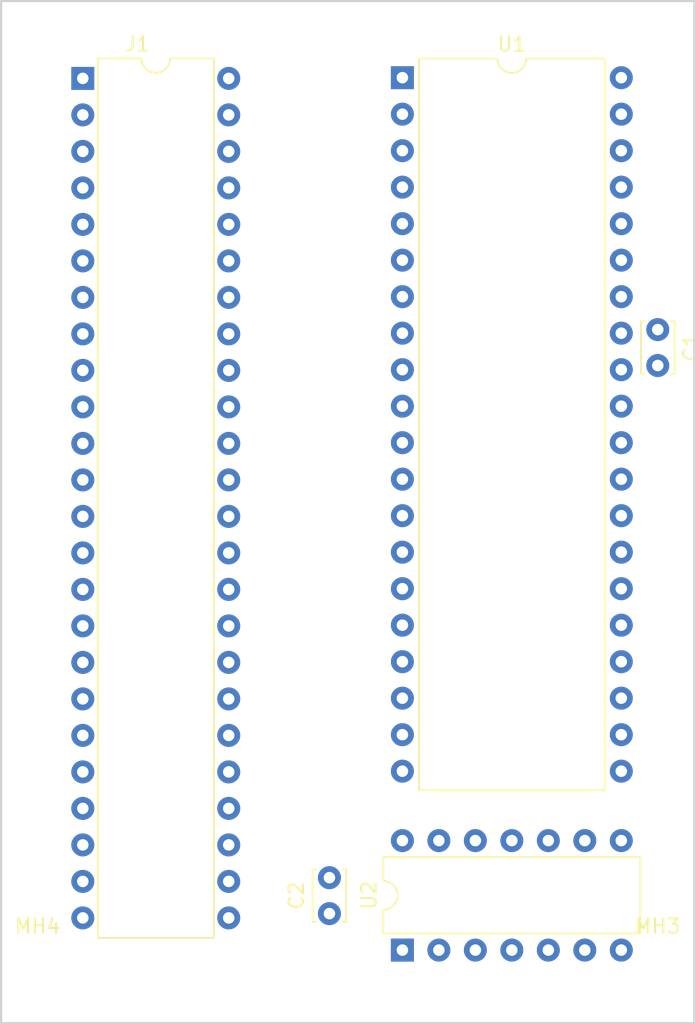
<source format=kicad_pcb>
(kicad_pcb (version 20171130) (host pcbnew 5.1.5+dfsg1-2build2)

  (general
    (thickness 1.6)
    (drawings 4)
    (tracks 0)
    (zones 0)
    (modules 9)
    (nets 58)
  )

  (page A4)
  (layers
    (0 F.Cu signal hide)
    (31 B.Cu signal)
    (32 B.Adhes user)
    (33 F.Adhes user)
    (34 B.Paste user)
    (35 F.Paste user)
    (36 B.SilkS user)
    (37 F.SilkS user)
    (38 B.Mask user)
    (39 F.Mask user)
    (40 Dwgs.User user)
    (41 Cmts.User user)
    (42 Eco1.User user)
    (43 Eco2.User user)
    (44 Edge.Cuts user)
    (45 Margin user)
    (46 B.CrtYd user)
    (47 F.CrtYd user)
    (48 B.Fab user)
    (49 F.Fab user)
  )

  (setup
    (last_trace_width 0.2)
    (user_trace_width 0.2)
    (user_trace_width 0.4)
    (user_trace_width 0.6)
    (user_trace_width 0.8)
    (user_trace_width 1)
    (user_trace_width 1.2)
    (user_trace_width 1.6)
    (user_trace_width 2)
    (trace_clearance 0.2)
    (zone_clearance 0.35)
    (zone_45_only no)
    (trace_min 0.1524)
    (via_size 0.6)
    (via_drill 0.3)
    (via_min_size 0.5)
    (via_min_drill 0.2)
    (user_via 0.9 0.5)
    (user_via 1.2 0.8)
    (user_via 1.4 0.9)
    (user_via 1.5 1)
    (uvia_size 0.3)
    (uvia_drill 0.1)
    (uvias_allowed no)
    (uvia_min_size 0.2)
    (uvia_min_drill 0.1)
    (edge_width 0.15)
    (segment_width 0.2)
    (pcb_text_width 0.3)
    (pcb_text_size 1.5 1.5)
    (mod_edge_width 0.15)
    (mod_text_size 1 1)
    (mod_text_width 0.15)
    (pad_size 3.2 3.2)
    (pad_drill 3.2)
    (pad_to_mask_clearance 0.051)
    (solder_mask_min_width 0.25)
    (aux_axis_origin 101 70)
    (grid_origin 101 70)
    (visible_elements FFFDFF7F)
    (pcbplotparams
      (layerselection 0x010fc_ffffffff)
      (usegerberextensions false)
      (usegerberattributes false)
      (usegerberadvancedattributes false)
      (creategerberjobfile false)
      (excludeedgelayer true)
      (linewidth 0.100000)
      (plotframeref false)
      (viasonmask false)
      (mode 1)
      (useauxorigin false)
      (hpglpennumber 1)
      (hpglpenspeed 20)
      (hpglpendiameter 15.000000)
      (psnegative false)
      (psa4output false)
      (plotreference true)
      (plotvalue true)
      (plotinvisibletext false)
      (padsonsilk false)
      (subtractmaskfromsilk false)
      (outputformat 1)
      (mirror false)
      (drillshape 1)
      (scaleselection 1)
      (outputdirectory ""))
  )

  (net 0 "")
  (net 1 VCC)
  (net 2 GND)
  (net 3 "Net-(U1-Pad20)")
  (net 4 "Net-(U1-Pad19)")
  (net 5 "Net-(U1-Pad18)")
  (net 6 "Net-(U1-Pad17)")
  (net 7 "Net-(U1-Pad16)")
  (net 8 "Net-(U1-Pad15)")
  (net 9 "Net-(U1-Pad14)")
  (net 10 "Net-(U1-Pad13)")
  (net 11 "Net-(J1-Pad20)")
  (net 12 /P53)
  (net 13 "Net-(J1-Pad30)")
  (net 14 "Net-(J1-Pad21)")
  (net 15 /P26)
  (net 16 "Net-(J1-Pad22)")
  (net 17 "Net-(J1-Pad27)")
  (net 18 /P27)
  (net 19 /P47)
  (net 20 "Net-(J1-Pad28)")
  (net 21 "Net-(J1-Pad29)")
  (net 22 /P46)
  (net 23 "Net-(J1-Pad26)")
  (net 24 "Net-(J1-Pad19)")
  (net 25 /P25)
  (net 26 "Net-(J1-Pad47)")
  (net 27 /P24)
  (net 28 "Net-(J1-Pad46)")
  (net 29 /P23)
  (net 30 "Net-(J1-Pad45)")
  (net 31 /P22)
  (net 32 "Net-(J1-Pad44)")
  (net 33 /P21)
  (net 34 "Net-(J1-Pad43)")
  (net 35 /P20)
  (net 36 /P34)
  (net 37 "Net-(J1-Pad10)")
  (net 38 /P35)
  (net 39 /P17)
  (net 40 /P36)
  (net 41 /P16)
  (net 42 "Net-(J1-Pad39)")
  (net 43 /P15)
  (net 44 /P40)
  (net 45 /P14)
  (net 46 /P41)
  (net 47 /P13)
  (net 48 /P42)
  (net 49 /P12)
  (net 50 /P11)
  (net 51 /P44)
  (net 52 /P10)
  (net 53 /P45)
  (net 54 /#RESET)
  (net 55 "Net-(U2-Pad6)")
  (net 56 "Net-(U2-Pad11)")
  (net 57 "Net-(U2-Pad8)")

  (net_class Default "This is the default net class."
    (clearance 0.2)
    (trace_width 0.2)
    (via_dia 0.6)
    (via_drill 0.3)
    (uvia_dia 0.3)
    (uvia_drill 0.1)
    (diff_pair_width 0.2)
    (diff_pair_gap 0.2)
    (add_net /#RESET)
    (add_net /P10)
    (add_net /P11)
    (add_net /P12)
    (add_net /P13)
    (add_net /P14)
    (add_net /P15)
    (add_net /P16)
    (add_net /P17)
    (add_net /P20)
    (add_net /P21)
    (add_net /P22)
    (add_net /P23)
    (add_net /P24)
    (add_net /P25)
    (add_net /P26)
    (add_net /P27)
    (add_net /P34)
    (add_net /P35)
    (add_net /P36)
    (add_net /P40)
    (add_net /P41)
    (add_net /P42)
    (add_net /P44)
    (add_net /P45)
    (add_net /P46)
    (add_net /P47)
    (add_net /P53)
    (add_net GND)
    (add_net "Net-(J1-Pad10)")
    (add_net "Net-(J1-Pad19)")
    (add_net "Net-(J1-Pad20)")
    (add_net "Net-(J1-Pad21)")
    (add_net "Net-(J1-Pad22)")
    (add_net "Net-(J1-Pad26)")
    (add_net "Net-(J1-Pad27)")
    (add_net "Net-(J1-Pad28)")
    (add_net "Net-(J1-Pad29)")
    (add_net "Net-(J1-Pad30)")
    (add_net "Net-(J1-Pad39)")
    (add_net "Net-(J1-Pad43)")
    (add_net "Net-(J1-Pad44)")
    (add_net "Net-(J1-Pad45)")
    (add_net "Net-(J1-Pad46)")
    (add_net "Net-(J1-Pad47)")
    (add_net "Net-(U1-Pad13)")
    (add_net "Net-(U1-Pad14)")
    (add_net "Net-(U1-Pad15)")
    (add_net "Net-(U1-Pad16)")
    (add_net "Net-(U1-Pad17)")
    (add_net "Net-(U1-Pad18)")
    (add_net "Net-(U1-Pad19)")
    (add_net "Net-(U1-Pad20)")
    (add_net "Net-(U2-Pad11)")
    (add_net "Net-(U2-Pad6)")
    (add_net "Net-(U2-Pad8)")
    (add_net VCC)
  )

  (module Package_DIP:DIP-14_W7.62mm (layer F.Cu) (tedit 5A02E8C5) (tstamp 618AAAB4)
    (at 126.4 133.5 90)
    (descr "14-lead though-hole mounted DIP package, row spacing 7.62 mm (300 mils)")
    (tags "THT DIP DIL PDIP 2.54mm 7.62mm 300mil")
    (path /618CEFAB)
    (fp_text reference U2 (at 3.81 -2.33 90) (layer F.SilkS)
      (effects (font (size 1 1) (thickness 0.15)))
    )
    (fp_text value 74HCT126 (at 3.81 17.57 90) (layer F.Fab)
      (effects (font (size 1 1) (thickness 0.15)))
    )
    (fp_text user %R (at 3.81 7.62 90) (layer F.Fab)
      (effects (font (size 1 1) (thickness 0.15)))
    )
    (fp_line (start 8.7 -1.55) (end -1.1 -1.55) (layer F.CrtYd) (width 0.05))
    (fp_line (start 8.7 16.8) (end 8.7 -1.55) (layer F.CrtYd) (width 0.05))
    (fp_line (start -1.1 16.8) (end 8.7 16.8) (layer F.CrtYd) (width 0.05))
    (fp_line (start -1.1 -1.55) (end -1.1 16.8) (layer F.CrtYd) (width 0.05))
    (fp_line (start 6.46 -1.33) (end 4.81 -1.33) (layer F.SilkS) (width 0.12))
    (fp_line (start 6.46 16.57) (end 6.46 -1.33) (layer F.SilkS) (width 0.12))
    (fp_line (start 1.16 16.57) (end 6.46 16.57) (layer F.SilkS) (width 0.12))
    (fp_line (start 1.16 -1.33) (end 1.16 16.57) (layer F.SilkS) (width 0.12))
    (fp_line (start 2.81 -1.33) (end 1.16 -1.33) (layer F.SilkS) (width 0.12))
    (fp_line (start 0.635 -0.27) (end 1.635 -1.27) (layer F.Fab) (width 0.1))
    (fp_line (start 0.635 16.51) (end 0.635 -0.27) (layer F.Fab) (width 0.1))
    (fp_line (start 6.985 16.51) (end 0.635 16.51) (layer F.Fab) (width 0.1))
    (fp_line (start 6.985 -1.27) (end 6.985 16.51) (layer F.Fab) (width 0.1))
    (fp_line (start 1.635 -1.27) (end 6.985 -1.27) (layer F.Fab) (width 0.1))
    (fp_arc (start 3.81 -1.33) (end 2.81 -1.33) (angle -180) (layer F.SilkS) (width 0.12))
    (pad 14 thru_hole oval (at 7.62 0 90) (size 1.6 1.6) (drill 0.8) (layers *.Cu *.Mask)
      (net 1 VCC))
    (pad 7 thru_hole oval (at 0 15.24 90) (size 1.6 1.6) (drill 0.8) (layers *.Cu *.Mask)
      (net 2 GND))
    (pad 13 thru_hole oval (at 7.62 2.54 90) (size 1.6 1.6) (drill 0.8) (layers *.Cu *.Mask)
      (net 2 GND))
    (pad 6 thru_hole oval (at 0 12.7 90) (size 1.6 1.6) (drill 0.8) (layers *.Cu *.Mask)
      (net 55 "Net-(U2-Pad6)"))
    (pad 12 thru_hole oval (at 7.62 5.08 90) (size 1.6 1.6) (drill 0.8) (layers *.Cu *.Mask)
      (net 2 GND))
    (pad 5 thru_hole oval (at 0 10.16 90) (size 1.6 1.6) (drill 0.8) (layers *.Cu *.Mask)
      (net 2 GND))
    (pad 11 thru_hole oval (at 7.62 7.62 90) (size 1.6 1.6) (drill 0.8) (layers *.Cu *.Mask)
      (net 56 "Net-(U2-Pad11)"))
    (pad 4 thru_hole oval (at 0 7.62 90) (size 1.6 1.6) (drill 0.8) (layers *.Cu *.Mask)
      (net 2 GND))
    (pad 10 thru_hole oval (at 7.62 10.16 90) (size 1.6 1.6) (drill 0.8) (layers *.Cu *.Mask)
      (net 2 GND))
    (pad 3 thru_hole oval (at 0 5.08 90) (size 1.6 1.6) (drill 0.8) (layers *.Cu *.Mask)
      (net 54 /#RESET))
    (pad 9 thru_hole oval (at 7.62 12.7 90) (size 1.6 1.6) (drill 0.8) (layers *.Cu *.Mask)
      (net 2 GND))
    (pad 2 thru_hole oval (at 0 2.54 90) (size 1.6 1.6) (drill 0.8) (layers *.Cu *.Mask)
      (net 12 /P53))
    (pad 8 thru_hole oval (at 7.62 15.24 90) (size 1.6 1.6) (drill 0.8) (layers *.Cu *.Mask)
      (net 57 "Net-(U2-Pad8)"))
    (pad 1 thru_hole rect (at 0 0 90) (size 1.6 1.6) (drill 0.8) (layers *.Cu *.Mask)
      (net 1 VCC))
    (model ${KISYS3DMOD}/Package_DIP.3dshapes/DIP-14_W7.62mm.wrl
      (at (xyz 0 0 0))
      (scale (xyz 1 1 1))
      (rotate (xyz 0 0 0))
    )
  )

  (module Package_DIP:DIP-40_W15.24mm (layer F.Cu) (tedit 5A02E8C5) (tstamp 618AAA92)
    (at 126.4 72.79)
    (descr "40-lead though-hole mounted DIP package, row spacing 15.24 mm (600 mils)")
    (tags "THT DIP DIL PDIP 2.54mm 15.24mm 600mil")
    (path /61855B73)
    (fp_text reference U1 (at 7.62 -2.33) (layer F.SilkS)
      (effects (font (size 1 1) (thickness 0.15)))
    )
    (fp_text value MC6803P (at 7.62 50.59) (layer F.Fab)
      (effects (font (size 1 1) (thickness 0.15)))
    )
    (fp_text user %R (at 7.62 24.13) (layer F.Fab)
      (effects (font (size 1 1) (thickness 0.15)))
    )
    (fp_line (start 16.3 -1.55) (end -1.05 -1.55) (layer F.CrtYd) (width 0.05))
    (fp_line (start 16.3 49.8) (end 16.3 -1.55) (layer F.CrtYd) (width 0.05))
    (fp_line (start -1.05 49.8) (end 16.3 49.8) (layer F.CrtYd) (width 0.05))
    (fp_line (start -1.05 -1.55) (end -1.05 49.8) (layer F.CrtYd) (width 0.05))
    (fp_line (start 14.08 -1.33) (end 8.62 -1.33) (layer F.SilkS) (width 0.12))
    (fp_line (start 14.08 49.59) (end 14.08 -1.33) (layer F.SilkS) (width 0.12))
    (fp_line (start 1.16 49.59) (end 14.08 49.59) (layer F.SilkS) (width 0.12))
    (fp_line (start 1.16 -1.33) (end 1.16 49.59) (layer F.SilkS) (width 0.12))
    (fp_line (start 6.62 -1.33) (end 1.16 -1.33) (layer F.SilkS) (width 0.12))
    (fp_line (start 0.255 -0.27) (end 1.255 -1.27) (layer F.Fab) (width 0.1))
    (fp_line (start 0.255 49.53) (end 0.255 -0.27) (layer F.Fab) (width 0.1))
    (fp_line (start 14.985 49.53) (end 0.255 49.53) (layer F.Fab) (width 0.1))
    (fp_line (start 14.985 -1.27) (end 14.985 49.53) (layer F.Fab) (width 0.1))
    (fp_line (start 1.255 -1.27) (end 14.985 -1.27) (layer F.Fab) (width 0.1))
    (fp_arc (start 7.62 -1.33) (end 6.62 -1.33) (angle -180) (layer F.SilkS) (width 0.12))
    (pad 40 thru_hole oval (at 15.24 0) (size 1.6 1.6) (drill 0.8) (layers *.Cu *.Mask)
      (net 19 /P47))
    (pad 20 thru_hole oval (at 0 48.26) (size 1.6 1.6) (drill 0.8) (layers *.Cu *.Mask)
      (net 3 "Net-(U1-Pad20)"))
    (pad 39 thru_hole oval (at 15.24 2.54) (size 1.6 1.6) (drill 0.8) (layers *.Cu *.Mask)
      (net 44 /P40))
    (pad 19 thru_hole oval (at 0 45.72) (size 1.6 1.6) (drill 0.8) (layers *.Cu *.Mask)
      (net 4 "Net-(U1-Pad19)"))
    (pad 38 thru_hole oval (at 15.24 5.08) (size 1.6 1.6) (drill 0.8) (layers *.Cu *.Mask)
      (net 46 /P41))
    (pad 18 thru_hole oval (at 0 43.18) (size 1.6 1.6) (drill 0.8) (layers *.Cu *.Mask)
      (net 5 "Net-(U1-Pad18)"))
    (pad 37 thru_hole oval (at 15.24 7.62) (size 1.6 1.6) (drill 0.8) (layers *.Cu *.Mask)
      (net 52 /P10))
    (pad 17 thru_hole oval (at 0 40.64) (size 1.6 1.6) (drill 0.8) (layers *.Cu *.Mask)
      (net 6 "Net-(U1-Pad17)"))
    (pad 36 thru_hole oval (at 15.24 10.16) (size 1.6 1.6) (drill 0.8) (layers *.Cu *.Mask)
      (net 50 /P11))
    (pad 16 thru_hole oval (at 0 38.1) (size 1.6 1.6) (drill 0.8) (layers *.Cu *.Mask)
      (net 7 "Net-(U1-Pad16)"))
    (pad 35 thru_hole oval (at 15.24 12.7) (size 1.6 1.6) (drill 0.8) (layers *.Cu *.Mask)
      (net 49 /P12))
    (pad 15 thru_hole oval (at 0 35.56) (size 1.6 1.6) (drill 0.8) (layers *.Cu *.Mask)
      (net 8 "Net-(U1-Pad15)"))
    (pad 34 thru_hole oval (at 15.24 15.24) (size 1.6 1.6) (drill 0.8) (layers *.Cu *.Mask)
      (net 47 /P13))
    (pad 14 thru_hole oval (at 0 33.02) (size 1.6 1.6) (drill 0.8) (layers *.Cu *.Mask)
      (net 9 "Net-(U1-Pad14)"))
    (pad 33 thru_hole oval (at 15.24 17.78) (size 1.6 1.6) (drill 0.8) (layers *.Cu *.Mask)
      (net 45 /P14))
    (pad 13 thru_hole oval (at 0 30.48) (size 1.6 1.6) (drill 0.8) (layers *.Cu *.Mask)
      (net 10 "Net-(U1-Pad13)"))
    (pad 32 thru_hole oval (at 15.24 20.32) (size 1.6 1.6) (drill 0.8) (layers *.Cu *.Mask)
      (net 43 /P15))
    (pad 12 thru_hole oval (at 0 27.94) (size 1.6 1.6) (drill 0.8) (layers *.Cu *.Mask)
      (net 51 /P44))
    (pad 31 thru_hole oval (at 15.24 22.86) (size 1.6 1.6) (drill 0.8) (layers *.Cu *.Mask)
      (net 41 /P16))
    (pad 11 thru_hole oval (at 0 25.4) (size 1.6 1.6) (drill 0.8) (layers *.Cu *.Mask)
      (net 53 /P45))
    (pad 30 thru_hole oval (at 15.24 25.4) (size 1.6 1.6) (drill 0.8) (layers *.Cu *.Mask)
      (net 39 /P17))
    (pad 10 thru_hole oval (at 0 22.86) (size 1.6 1.6) (drill 0.8) (layers *.Cu *.Mask)
      (net 40 /P36))
    (pad 29 thru_hole oval (at 15.24 27.94) (size 1.6 1.6) (drill 0.8) (layers *.Cu *.Mask)
      (net 35 /P20))
    (pad 9 thru_hole oval (at 0 20.32) (size 1.6 1.6) (drill 0.8) (layers *.Cu *.Mask)
      (net 38 /P35))
    (pad 28 thru_hole oval (at 15.24 30.48) (size 1.6 1.6) (drill 0.8) (layers *.Cu *.Mask)
      (net 33 /P21))
    (pad 8 thru_hole oval (at 0 17.78) (size 1.6 1.6) (drill 0.8) (layers *.Cu *.Mask)
      (net 36 /P34))
    (pad 27 thru_hole oval (at 15.24 33.02) (size 1.6 1.6) (drill 0.8) (layers *.Cu *.Mask)
      (net 31 /P22))
    (pad 7 thru_hole oval (at 0 15.24) (size 1.6 1.6) (drill 0.8) (layers *.Cu *.Mask)
      (net 1 VCC))
    (pad 26 thru_hole oval (at 15.24 35.56) (size 1.6 1.6) (drill 0.8) (layers *.Cu *.Mask)
      (net 29 /P23))
    (pad 6 thru_hole oval (at 0 12.7) (size 1.6 1.6) (drill 0.8) (layers *.Cu *.Mask)
      (net 54 /#RESET))
    (pad 25 thru_hole oval (at 15.24 38.1) (size 1.6 1.6) (drill 0.8) (layers *.Cu *.Mask)
      (net 27 /P24))
    (pad 5 thru_hole oval (at 0 10.16) (size 1.6 1.6) (drill 0.8) (layers *.Cu *.Mask)
      (net 48 /P42))
    (pad 24 thru_hole oval (at 15.24 40.64) (size 1.6 1.6) (drill 0.8) (layers *.Cu *.Mask)
      (net 25 /P25))
    (pad 4 thru_hole oval (at 0 7.62) (size 1.6 1.6) (drill 0.8) (layers *.Cu *.Mask)
      (net 38 /P35))
    (pad 23 thru_hole oval (at 15.24 43.18) (size 1.6 1.6) (drill 0.8) (layers *.Cu *.Mask)
      (net 15 /P26))
    (pad 3 thru_hole oval (at 0 5.08) (size 1.6 1.6) (drill 0.8) (layers *.Cu *.Mask)
      (net 22 /P46))
    (pad 22 thru_hole oval (at 15.24 45.72) (size 1.6 1.6) (drill 0.8) (layers *.Cu *.Mask)
      (net 18 /P27))
    (pad 2 thru_hole oval (at 0 2.54) (size 1.6 1.6) (drill 0.8) (layers *.Cu *.Mask)
      (net 2 GND))
    (pad 21 thru_hole oval (at 15.24 48.26) (size 1.6 1.6) (drill 0.8) (layers *.Cu *.Mask)
      (net 2 GND))
    (pad 1 thru_hole rect (at 0 0) (size 1.6 1.6) (drill 0.8) (layers *.Cu *.Mask)
      (net 2 GND))
    (model ${KISYS3DMOD}/Package_DIP.3dshapes/DIP-40_W15.24mm.wrl
      (at (xyz 0 0 0))
      (scale (xyz 1 1 1))
      (rotate (xyz 0 0 0))
    )
  )

  (module 0-LocalLibrary:DIP-48_W10.16mm (layer F.Cu) (tedit 618A4CDE) (tstamp 618AAA56)
    (at 104.15 72.84)
    (descr "48-lead dip package, row spacing 10.16 mm (400 mils)")
    (tags "DIL DIP PDIP 2.54mm 10.16mm 400mil")
    (path /6188D20A)
    (fp_text reference J1 (at 3.81 -2.39) (layer F.SilkS)
      (effects (font (size 1 1) (thickness 0.15)))
    )
    (fp_text value BionicConnector (at 5.08 60.96) (layer F.Fab)
      (effects (font (size 1 1) (thickness 0.15)))
    )
    (fp_line (start 11.22 60.02) (end 11.22 18.72) (layer F.CrtYd) (width 0.05))
    (fp_line (start 9.905 59.69) (end 0.255 59.69) (layer F.Fab) (width 0.1))
    (fp_line (start 0.255 59.69) (end 0.255 20.05) (layer F.Fab) (width 0.1))
    (fp_line (start -1.1 60.02) (end 11.22 60.02) (layer F.CrtYd) (width 0.05))
    (fp_line (start -1.1 18.72) (end -1.1 60.02) (layer F.CrtYd) (width 0.05))
    (fp_line (start 9.12 59.81) (end 9.12 18.93) (layer F.SilkS) (width 0.12))
    (fp_line (start 1.04 59.81) (end 9.12 59.81) (layer F.SilkS) (width 0.12))
    (fp_line (start 1.04 18.93) (end 1.04 59.81) (layer F.SilkS) (width 0.12))
    (fp_line (start 9.905 19.05) (end 9.905 59.69) (layer F.Fab) (width 0.1))
    (fp_arc (start 5.08 -1.39) (end 4.08 -1.39) (angle -180) (layer F.SilkS) (width 0.12))
    (fp_line (start 11.22 -1.6) (end -1.1 -1.6) (layer F.CrtYd) (width 0.05))
    (fp_line (start 11.22 39.7) (end 11.22 -1.6) (layer F.CrtYd) (width 0.05))
    (fp_line (start -1.1 -1.6) (end -1.1 39.7) (layer F.CrtYd) (width 0.05))
    (fp_line (start 9.12 -1.39) (end 6.08 -1.39) (layer F.SilkS) (width 0.12))
    (fp_line (start 9.12 39.49) (end 9.12 -1.39) (layer F.SilkS) (width 0.12))
    (fp_line (start 1.04 -1.39) (end 1.04 39.49) (layer F.SilkS) (width 0.12))
    (fp_line (start 4.08 -1.39) (end 1.04 -1.39) (layer F.SilkS) (width 0.12))
    (fp_line (start 0.255 -0.27) (end 1.255 -1.27) (layer F.Fab) (width 0.1))
    (fp_line (start 0.255 39.37) (end 0.255 -0.27) (layer F.Fab) (width 0.1))
    (fp_line (start 9.905 -1.27) (end 9.905 39.37) (layer F.Fab) (width 0.1))
    (fp_line (start 1.255 -1.27) (end 9.905 -1.27) (layer F.Fab) (width 0.1))
    (fp_text user %R (at 3.81 19.05) (layer F.Fab)
      (effects (font (size 1 1) (thickness 0.15)))
    )
    (pad 20 thru_hole oval (at 0 48.26) (size 1.6 1.6) (drill 0.8) (layers *.Cu *.Mask)
      (net 11 "Net-(J1-Pad20)"))
    (pad 24 thru_hole oval (at 0 58.42) (size 1.6 1.6) (drill 0.8) (layers *.Cu *.Mask)
      (net 1 VCC))
    (pad 25 thru_hole oval (at 10.16 58.42) (size 1.6 1.6) (drill 0.8) (layers *.Cu *.Mask)
      (net 1 VCC))
    (pad 23 thru_hole oval (at 0 55.88) (size 1.6 1.6) (drill 0.8) (layers *.Cu *.Mask)
      (net 12 /P53))
    (pad 30 thru_hole oval (at 10.16 45.72) (size 1.6 1.6) (drill 0.8) (layers *.Cu *.Mask)
      (net 13 "Net-(J1-Pad30)"))
    (pad 21 thru_hole oval (at 0 50.8) (size 1.6 1.6) (drill 0.8) (layers *.Cu *.Mask)
      (net 14 "Net-(J1-Pad21)"))
    (pad 17 thru_hole oval (at 0 40.64) (size 1.6 1.6) (drill 0.8) (layers *.Cu *.Mask)
      (net 15 /P26))
    (pad 22 thru_hole oval (at 0 53.34) (size 1.6 1.6) (drill 0.8) (layers *.Cu *.Mask)
      (net 16 "Net-(J1-Pad22)"))
    (pad 27 thru_hole oval (at 10.16 53.34) (size 1.6 1.6) (drill 0.8) (layers *.Cu *.Mask)
      (net 17 "Net-(J1-Pad27)"))
    (pad 18 thru_hole oval (at 0 43.18) (size 1.6 1.6) (drill 0.8) (layers *.Cu *.Mask)
      (net 18 /P27))
    (pad 31 thru_hole oval (at 10.16 43.18) (size 1.6 1.6) (drill 0.8) (layers *.Cu *.Mask)
      (net 19 /P47))
    (pad 28 thru_hole oval (at 10.16 50.8) (size 1.6 1.6) (drill 0.8) (layers *.Cu *.Mask)
      (net 20 "Net-(J1-Pad28)"))
    (pad 29 thru_hole oval (at 10.16 48.26) (size 1.6 1.6) (drill 0.8) (layers *.Cu *.Mask)
      (net 21 "Net-(J1-Pad29)"))
    (pad 32 thru_hole oval (at 10.16 40.64) (size 1.6 1.6) (drill 0.8) (layers *.Cu *.Mask)
      (net 22 /P46))
    (pad 26 thru_hole oval (at 10.16 55.88) (size 1.6 1.6) (drill 0.8) (layers *.Cu *.Mask)
      (net 23 "Net-(J1-Pad26)"))
    (pad 19 thru_hole oval (at 0 45.72) (size 1.6 1.6) (drill 0.8) (layers *.Cu *.Mask)
      (net 24 "Net-(J1-Pad19)"))
    (pad 48 thru_hole oval (at 10.16 0) (size 1.6 1.6) (drill 0.8) (layers *.Cu *.Mask)
      (net 2 GND))
    (pad 16 thru_hole oval (at 0 38.1) (size 1.6 1.6) (drill 0.8) (layers *.Cu *.Mask)
      (net 25 /P25))
    (pad 47 thru_hole oval (at 10.16 2.54) (size 1.6 1.6) (drill 0.8) (layers *.Cu *.Mask)
      (net 26 "Net-(J1-Pad47)"))
    (pad 15 thru_hole oval (at 0 35.56) (size 1.6 1.6) (drill 0.8) (layers *.Cu *.Mask)
      (net 27 /P24))
    (pad 46 thru_hole oval (at 10.16 5.08) (size 1.6 1.6) (drill 0.8) (layers *.Cu *.Mask)
      (net 28 "Net-(J1-Pad46)"))
    (pad 14 thru_hole oval (at 0 33.02) (size 1.6 1.6) (drill 0.8) (layers *.Cu *.Mask)
      (net 29 /P23))
    (pad 45 thru_hole oval (at 10.16 7.62) (size 1.6 1.6) (drill 0.8) (layers *.Cu *.Mask)
      (net 30 "Net-(J1-Pad45)"))
    (pad 13 thru_hole oval (at 0 30.48) (size 1.6 1.6) (drill 0.8) (layers *.Cu *.Mask)
      (net 31 /P22))
    (pad 44 thru_hole oval (at 10.16 10.16) (size 1.6 1.6) (drill 0.8) (layers *.Cu *.Mask)
      (net 32 "Net-(J1-Pad44)"))
    (pad 12 thru_hole oval (at 0 27.94) (size 1.6 1.6) (drill 0.8) (layers *.Cu *.Mask)
      (net 33 /P21))
    (pad 43 thru_hole oval (at 10.16 12.7) (size 1.6 1.6) (drill 0.8) (layers *.Cu *.Mask)
      (net 34 "Net-(J1-Pad43)"))
    (pad 11 thru_hole oval (at 0 25.4) (size 1.6 1.6) (drill 0.8) (layers *.Cu *.Mask)
      (net 35 /P20))
    (pad 42 thru_hole oval (at 10.16 15.24) (size 1.6 1.6) (drill 0.8) (layers *.Cu *.Mask)
      (net 36 /P34))
    (pad 10 thru_hole oval (at 0 22.86) (size 1.6 1.6) (drill 0.8) (layers *.Cu *.Mask)
      (net 37 "Net-(J1-Pad10)"))
    (pad 41 thru_hole oval (at 10.16 17.78) (size 1.6 1.6) (drill 0.8) (layers *.Cu *.Mask)
      (net 38 /P35))
    (pad 9 thru_hole oval (at 0 20.32) (size 1.6 1.6) (drill 0.8) (layers *.Cu *.Mask)
      (net 39 /P17))
    (pad 40 thru_hole oval (at 10.16 20.32) (size 1.6 1.6) (drill 0.8) (layers *.Cu *.Mask)
      (net 40 /P36))
    (pad 8 thru_hole oval (at 0 17.78) (size 1.6 1.6) (drill 0.8) (layers *.Cu *.Mask)
      (net 41 /P16))
    (pad 39 thru_hole oval (at 10.16 22.86) (size 1.6 1.6) (drill 0.8) (layers *.Cu *.Mask)
      (net 42 "Net-(J1-Pad39)"))
    (pad 7 thru_hole oval (at 0 15.24) (size 1.6 1.6) (drill 0.8) (layers *.Cu *.Mask)
      (net 43 /P15))
    (pad 38 thru_hole oval (at 10.16 25.4) (size 1.6 1.6) (drill 0.8) (layers *.Cu *.Mask)
      (net 44 /P40))
    (pad 6 thru_hole oval (at 0 12.7) (size 1.6 1.6) (drill 0.8) (layers *.Cu *.Mask)
      (net 45 /P14))
    (pad 37 thru_hole oval (at 10.16 27.94) (size 1.6 1.6) (drill 0.8) (layers *.Cu *.Mask)
      (net 46 /P41))
    (pad 5 thru_hole oval (at 0 10.16) (size 1.6 1.6) (drill 0.8) (layers *.Cu *.Mask)
      (net 47 /P13))
    (pad 36 thru_hole oval (at 10.16 30.48) (size 1.6 1.6) (drill 0.8) (layers *.Cu *.Mask)
      (net 48 /P42))
    (pad 4 thru_hole oval (at 0 7.62) (size 1.6 1.6) (drill 0.8) (layers *.Cu *.Mask)
      (net 49 /P12))
    (pad 35 thru_hole oval (at 10.16 33.02) (size 1.6 1.6) (drill 0.8) (layers *.Cu *.Mask)
      (net 38 /P35))
    (pad 3 thru_hole oval (at 0 5.08) (size 1.6 1.6) (drill 0.8) (layers *.Cu *.Mask)
      (net 50 /P11))
    (pad 34 thru_hole oval (at 10.16 35.56) (size 1.6 1.6) (drill 0.8) (layers *.Cu *.Mask)
      (net 51 /P44))
    (pad 2 thru_hole oval (at 0 2.54) (size 1.6 1.6) (drill 0.8) (layers *.Cu *.Mask)
      (net 52 /P10))
    (pad 33 thru_hole oval (at 10.16 38.1) (size 1.6 1.6) (drill 0.8) (layers *.Cu *.Mask)
      (net 53 /P45))
    (pad 1 thru_hole rect (at 0 0) (size 1.6 1.6) (drill 0.8) (layers *.Cu *.Mask)
      (net 2 GND))
    (model ${KISYS3DMOD}/Package_DIP.3dshapes/DIP-32_W7.62mm.wrl
      (at (xyz 0 0 0))
      (scale (xyz 1 1 1))
      (rotate (xyz 0 0 0))
    )
  )

  (module Capacitor_THT:C_Disc_D3.4mm_W2.1mm_P2.50mm (layer F.Cu) (tedit 5AE50EF0) (tstamp 618AAA0C)
    (at 121.32 130.96 90)
    (descr "C, Disc series, Radial, pin pitch=2.50mm, , diameter*width=3.4*2.1mm^2, Capacitor, http://www.vishay.com/docs/45233/krseries.pdf")
    (tags "C Disc series Radial pin pitch 2.50mm  diameter 3.4mm width 2.1mm Capacitor")
    (path /5D0E12B4)
    (fp_text reference C2 (at 1.25 -2.3 90) (layer F.SilkS)
      (effects (font (size 1 1) (thickness 0.15)))
    )
    (fp_text value 0.1u (at 1.25 2.3 90) (layer F.Fab)
      (effects (font (size 1 1) (thickness 0.15)))
    )
    (fp_text user %R (at 1.25 0 90) (layer F.Fab)
      (effects (font (size 0.68 0.68) (thickness 0.102)))
    )
    (fp_line (start 3.55 -1.3) (end -1.05 -1.3) (layer F.CrtYd) (width 0.05))
    (fp_line (start 3.55 1.3) (end 3.55 -1.3) (layer F.CrtYd) (width 0.05))
    (fp_line (start -1.05 1.3) (end 3.55 1.3) (layer F.CrtYd) (width 0.05))
    (fp_line (start -1.05 -1.3) (end -1.05 1.3) (layer F.CrtYd) (width 0.05))
    (fp_line (start 3.07 0.925) (end 3.07 1.17) (layer F.SilkS) (width 0.12))
    (fp_line (start 3.07 -1.17) (end 3.07 -0.925) (layer F.SilkS) (width 0.12))
    (fp_line (start -0.57 0.925) (end -0.57 1.17) (layer F.SilkS) (width 0.12))
    (fp_line (start -0.57 -1.17) (end -0.57 -0.925) (layer F.SilkS) (width 0.12))
    (fp_line (start -0.57 1.17) (end 3.07 1.17) (layer F.SilkS) (width 0.12))
    (fp_line (start -0.57 -1.17) (end 3.07 -1.17) (layer F.SilkS) (width 0.12))
    (fp_line (start 2.95 -1.05) (end -0.45 -1.05) (layer F.Fab) (width 0.1))
    (fp_line (start 2.95 1.05) (end 2.95 -1.05) (layer F.Fab) (width 0.1))
    (fp_line (start -0.45 1.05) (end 2.95 1.05) (layer F.Fab) (width 0.1))
    (fp_line (start -0.45 -1.05) (end -0.45 1.05) (layer F.Fab) (width 0.1))
    (pad 2 thru_hole circle (at 2.5 0 90) (size 1.6 1.6) (drill 0.8) (layers *.Cu *.Mask)
      (net 2 GND))
    (pad 1 thru_hole circle (at 0 0 90) (size 1.6 1.6) (drill 0.8) (layers *.Cu *.Mask)
      (net 1 VCC))
    (model ${KISYS3DMOD}/Capacitor_THT.3dshapes/C_Disc_D3.4mm_W2.1mm_P2.50mm.wrl
      (at (xyz 0 0 0))
      (scale (xyz 1 1 1))
      (rotate (xyz 0 0 0))
    )
  )

  (module Capacitor_THT:C_Disc_D3.4mm_W2.1mm_P2.50mm (layer F.Cu) (tedit 5AE50EF0) (tstamp 618AAC4D)
    (at 144.18 90.32 270)
    (descr "C, Disc series, Radial, pin pitch=2.50mm, , diameter*width=3.4*2.1mm^2, Capacitor, http://www.vishay.com/docs/45233/krseries.pdf")
    (tags "C Disc series Radial pin pitch 2.50mm  diameter 3.4mm width 2.1mm Capacitor")
    (path /618D4C16)
    (fp_text reference C1 (at 1.25 -2.3 90) (layer F.SilkS)
      (effects (font (size 1 1) (thickness 0.15)))
    )
    (fp_text value 0.1u (at 1.25 2.3 90) (layer F.Fab)
      (effects (font (size 1 1) (thickness 0.15)))
    )
    (fp_text user %R (at 1.25 0 90) (layer F.Fab)
      (effects (font (size 0.68 0.68) (thickness 0.102)))
    )
    (fp_line (start 3.55 -1.3) (end -1.05 -1.3) (layer F.CrtYd) (width 0.05))
    (fp_line (start 3.55 1.3) (end 3.55 -1.3) (layer F.CrtYd) (width 0.05))
    (fp_line (start -1.05 1.3) (end 3.55 1.3) (layer F.CrtYd) (width 0.05))
    (fp_line (start -1.05 -1.3) (end -1.05 1.3) (layer F.CrtYd) (width 0.05))
    (fp_line (start 3.07 0.925) (end 3.07 1.17) (layer F.SilkS) (width 0.12))
    (fp_line (start 3.07 -1.17) (end 3.07 -0.925) (layer F.SilkS) (width 0.12))
    (fp_line (start -0.57 0.925) (end -0.57 1.17) (layer F.SilkS) (width 0.12))
    (fp_line (start -0.57 -1.17) (end -0.57 -0.925) (layer F.SilkS) (width 0.12))
    (fp_line (start -0.57 1.17) (end 3.07 1.17) (layer F.SilkS) (width 0.12))
    (fp_line (start -0.57 -1.17) (end 3.07 -1.17) (layer F.SilkS) (width 0.12))
    (fp_line (start 2.95 -1.05) (end -0.45 -1.05) (layer F.Fab) (width 0.1))
    (fp_line (start 2.95 1.05) (end 2.95 -1.05) (layer F.Fab) (width 0.1))
    (fp_line (start -0.45 1.05) (end 2.95 1.05) (layer F.Fab) (width 0.1))
    (fp_line (start -0.45 -1.05) (end -0.45 1.05) (layer F.Fab) (width 0.1))
    (pad 2 thru_hole circle (at 2.5 0 270) (size 1.6 1.6) (drill 0.8) (layers *.Cu *.Mask)
      (net 2 GND))
    (pad 1 thru_hole circle (at 0 0 270) (size 1.6 1.6) (drill 0.8) (layers *.Cu *.Mask)
      (net 1 VCC))
    (model ${KISYS3DMOD}/Capacitor_THT.3dshapes/C_Disc_D3.4mm_W2.1mm_P2.50mm.wrl
      (at (xyz 0 0 0))
      (scale (xyz 1 1 1))
      (rotate (xyz 0 0 0))
    )
  )

  (module MountingHole:MountingHole_3.2mm_M3 (layer F.Cu) (tedit 56D1B4CB) (tstamp 618AA90D)
    (at 101 136.04)
    (descr "Mounting Hole 3.2mm, no annular, M3")
    (tags "mounting hole 3.2mm no annular m3")
    (attr virtual)
    (fp_text reference MH4 (at 0 -4.2) (layer F.SilkS)
      (effects (font (size 1 1) (thickness 0.15)))
    )
    (fp_text value MountingHole_3.2mm_M3 (at 0 4.2) (layer F.Fab)
      (effects (font (size 1 1) (thickness 0.15)))
    )
    (fp_circle (center 0 0) (end 3.45 0) (layer F.CrtYd) (width 0.05))
    (fp_circle (center 0 0) (end 3.2 0) (layer Cmts.User) (width 0.15))
    (fp_text user %R (at 0.3 0) (layer F.Fab)
      (effects (font (size 1 1) (thickness 0.15)))
    )
    (pad 1 np_thru_hole circle (at 0 0) (size 3.2 3.2) (drill 3.2) (layers *.Cu *.Mask))
  )

  (module MountingHole:MountingHole_3.2mm_M3 (layer F.Cu) (tedit 56D1B4CB) (tstamp 618AA8EF)
    (at 144.18 136.04)
    (descr "Mounting Hole 3.2mm, no annular, M3")
    (tags "mounting hole 3.2mm no annular m3")
    (attr virtual)
    (fp_text reference MH3 (at 0 -4.2) (layer F.SilkS)
      (effects (font (size 1 1) (thickness 0.15)))
    )
    (fp_text value MountingHole_3.2mm_M3 (at 0 4.2) (layer F.Fab)
      (effects (font (size 1 1) (thickness 0.15)))
    )
    (fp_circle (center 0 0) (end 3.45 0) (layer F.CrtYd) (width 0.05))
    (fp_circle (center 0 0) (end 3.2 0) (layer Cmts.User) (width 0.15))
    (fp_text user %R (at 0.3 0) (layer F.Fab)
      (effects (font (size 1 1) (thickness 0.15)))
    )
    (pad 1 np_thru_hole circle (at 0 0) (size 3.2 3.2) (drill 3.2) (layers *.Cu *.Mask))
  )

  (module MountingHole:MountingHole_3.2mm_M3 (layer F.Cu) (tedit 56D1B4CB) (tstamp 618AA8C0)
    (at 144.18 70)
    (descr "Mounting Hole 3.2mm, no annular, M3")
    (tags "mounting hole 3.2mm no annular m3")
    (attr virtual)
    (fp_text reference MH2 (at 0 -4.2) (layer F.SilkS)
      (effects (font (size 1 1) (thickness 0.15)))
    )
    (fp_text value MountingHole_3.2mm_M3 (at 0 4.2) (layer F.Fab)
      (effects (font (size 1 1) (thickness 0.15)))
    )
    (fp_circle (center 0 0) (end 3.45 0) (layer F.CrtYd) (width 0.05))
    (fp_circle (center 0 0) (end 3.2 0) (layer Cmts.User) (width 0.15))
    (fp_text user %R (at 0.3 0) (layer F.Fab)
      (effects (font (size 1 1) (thickness 0.15)))
    )
    (pad 1 np_thru_hole circle (at 0 0) (size 3.2 3.2) (drill 3.2) (layers *.Cu *.Mask))
  )

  (module MountingHole:MountingHole_3.2mm_M3 (layer F.Cu) (tedit 618A6455) (tstamp 618AA897)
    (at 101 70)
    (descr "Mounting Hole 3.2mm, no annular, M3")
    (tags "mounting hole 3.2mm no annular m3")
    (attr virtual)
    (fp_text reference MH1 (at 0 -4.2) (layer F.SilkS)
      (effects (font (size 1 1) (thickness 0.15)))
    )
    (fp_text value MountingHole_3.2mm_M3 (at 0 4.2) (layer F.Fab)
      (effects (font (size 1 1) (thickness 0.15)))
    )
    (fp_circle (center 0 0) (end 3.45 0) (layer F.CrtYd) (width 0.05))
    (fp_circle (center 0 0) (end 3.2 0) (layer Cmts.User) (width 0.15))
    (fp_text user %R (at 0.3 0) (layer F.Fab)
      (effects (font (size 1 1) (thickness 0.15)))
    )
    (pad "" np_thru_hole circle (at 0 0) (size 3.2 3.2) (drill 3.2) (layers *.Cu *.Mask))
  )

  (gr_line (start 98.46 138.58) (end 98.46 67.46) (layer Edge.Cuts) (width 0.15) (tstamp 618AA84D))
  (gr_line (start 146.72 138.58) (end 98.46 138.58) (layer Edge.Cuts) (width 0.15))
  (gr_line (start 146.72 67.46) (end 146.72 138.58) (layer Edge.Cuts) (width 0.15))
  (gr_line (start 98.46 67.46) (end 146.72 67.46) (layer Edge.Cuts) (width 0.15))

)

</source>
